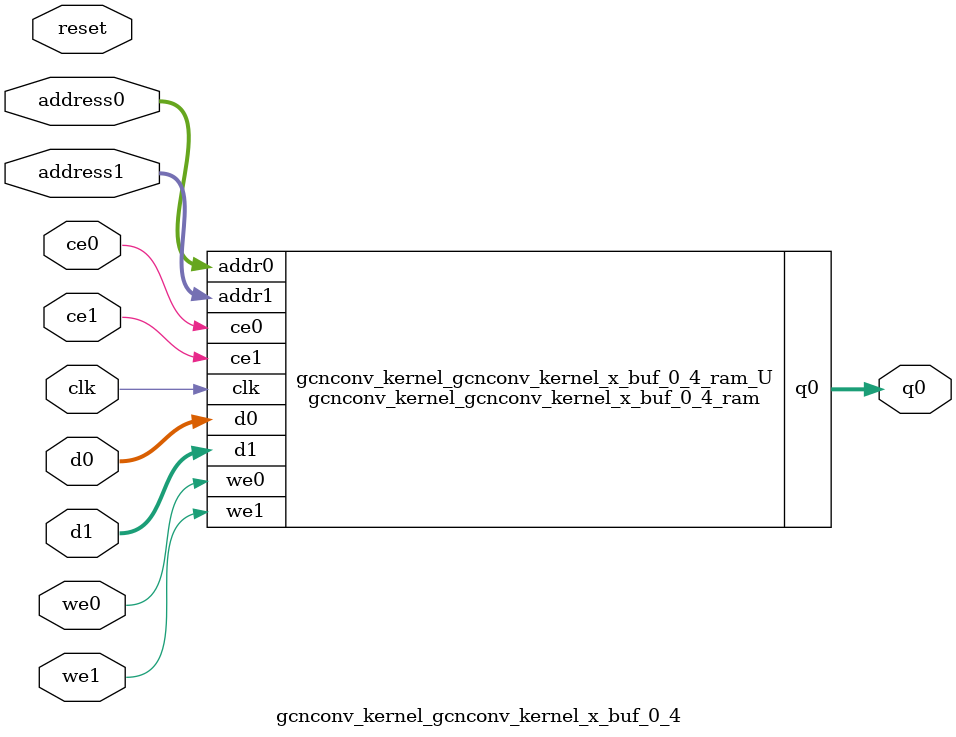
<source format=v>
`timescale 1 ns / 1 ps
module gcnconv_kernel_gcnconv_kernel_x_buf_0_4_ram (addr0, ce0, d0, we0, q0, addr1, ce1, d1, we1,  clk);

parameter DWIDTH = 32;
parameter AWIDTH = 6;
parameter MEM_SIZE = 62;

input[AWIDTH-1:0] addr0;
input ce0;
input[DWIDTH-1:0] d0;
input we0;
output reg[DWIDTH-1:0] q0;
input[AWIDTH-1:0] addr1;
input ce1;
input[DWIDTH-1:0] d1;
input we1;
input clk;

(* ram_style = "block" *)reg [DWIDTH-1:0] ram[0:MEM_SIZE-1];




always @(posedge clk)  
begin 
    if (ce0) 
    begin
        if (we0) 
        begin 
            ram[addr0] <= d0; 
        end 
        q0 <= ram[addr0];
    end
end


always @(posedge clk)  
begin 
    if (ce1) 
    begin
        if (we1) 
        begin 
            ram[addr1] <= d1; 
        end 
    end
end


endmodule

`timescale 1 ns / 1 ps
module gcnconv_kernel_gcnconv_kernel_x_buf_0_4(
    reset,
    clk,
    address0,
    ce0,
    we0,
    d0,
    q0,
    address1,
    ce1,
    we1,
    d1);

parameter DataWidth = 32'd32;
parameter AddressRange = 32'd62;
parameter AddressWidth = 32'd6;
input reset;
input clk;
input[AddressWidth - 1:0] address0;
input ce0;
input we0;
input[DataWidth - 1:0] d0;
output[DataWidth - 1:0] q0;
input[AddressWidth - 1:0] address1;
input ce1;
input we1;
input[DataWidth - 1:0] d1;



gcnconv_kernel_gcnconv_kernel_x_buf_0_4_ram gcnconv_kernel_gcnconv_kernel_x_buf_0_4_ram_U(
    .clk( clk ),
    .addr0( address0 ),
    .ce0( ce0 ),
    .we0( we0 ),
    .d0( d0 ),
    .q0( q0 ),
    .addr1( address1 ),
    .ce1( ce1 ),
    .we1( we1 ),
    .d1( d1 ));

endmodule


</source>
